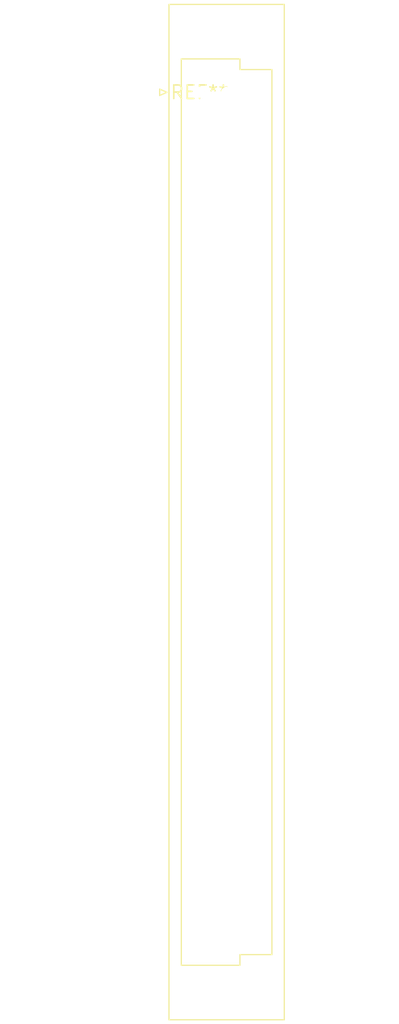
<source format=kicad_pcb>
(kicad_pcb (version 20240108) (generator pcbnew)
  (layers (0 "F.Cu" signal) (31 "B.Cu" signal) (34 "B.Paste" user) (35 "F.Paste" user) (36 "B.SilkS" user "B.Silkscreen") (37 "F.SilkS" user "F.Silkscreen") (38 "B.Mask" user) (39 "F.Mask" user) (44 "Edge.Cuts" user))
  (net 0 "")
  (footprint "DIN41612_C_3x32_Female_Vertical_THT" (layer "F.Cu") (at 0 0)
    (property "Reference" "REF**")
    (property "Value" "DIN41612_C_3x32_Female_Vertical_THT")
    (fp_line (start -3.74 -0.3) (end -3.74 0.3) (layer "F.SilkS") (stroke (width 0.12)))
    (fp_line (start -3.74 0.3) (end -3.06 0) (layer "F.SilkS") (stroke (width 0.12)))
    (fp_line (start -3.06 0) (end -3.74 -0.3) (layer "F.SilkS") (stroke (width 0.12)))
    (fp_line (start -2.87 -8.24) (end 7.95 -8.24) (layer "F.SilkS") (stroke (width 0.12)))
    (fp_line (start -2.87 86.98) (end -2.87 -8.24) (layer "F.SilkS") (stroke (width 0.12)))
    (fp_line (start -1.71 -3.131) (end 3.79 -3.131) (layer "F.SilkS") (stroke (width 0.12)))
    (fp_line (start -1.71 81.87) (end -1.71 -3.131) (layer "F.SilkS") (stroke (width 0.12)))
    (fp_line (start 3.79 -3.131) (end 3.79 -2.131) (layer "F.SilkS") (stroke (width 0.12)))
    (fp_line (start 3.79 -2.131) (end 6.79 -2.131) (layer "F.SilkS") (stroke (width 0.12)))
    (fp_line (start 3.79 80.87) (end 3.79 81.87) (layer "F.SilkS") (stroke (width 0.12)))
    (fp_line (start 3.79 81.87) (end -1.71 81.87) (layer "F.SilkS") (stroke (width 0.12)))
    (fp_line (start 6.79 -2.131) (end 6.79 80.87) (layer "F.SilkS") (stroke (width 0.12)))
    (fp_line (start 6.79 80.87) (end 3.79 80.87) (layer "F.SilkS") (stroke (width 0.12)))
    (fp_line (start 7.95 -8.24) (end 7.95 86.98) (layer "F.SilkS") (stroke (width 0.12)))
    (fp_line (start 7.95 86.98) (end -2.87 86.98) (layer "F.SilkS") (stroke (width 0.12)))
    (pad "" np_thru_hole circle (at 2.24 -5.63) (size 2.85 2.85) (drill 2.85) (layers *.Cu *.Mask))
    (pad "" np_thru_hole circle (at 2.24 84.37) (size 2.85 2.85) (drill 2.85) (layers *.Cu *.Mask))
    (pad "a1" thru_hole roundrect (at 0 0) (size 1.55 1.55) (drill 1) (layers *.Cu *.Mask) (remove_unused_layers) (roundrect_rratio 0.16129))
    (pad "a2" thru_hole circle (at 0 2.54) (size 1.55 1.55) (drill 1) (layers *.Cu *.Mask) (remove_unused_layers))
    (pad "a3" thru_hole circle (at 0 5.08) (size 1.55 1.55) (drill 1) (layers *.Cu *.Mask) (remove_unused_layers))
    (pad "a4" thru_hole circle (at 0 7.62) (size 1.55 1.55) (drill 1) (layers *.Cu *.Mask) (remove_unused_layers))
    (pad "a5" thru_hole circle (at 0 10.16) (size 1.55 1.55) (drill 1) (layers *.Cu *.Mask) (remove_unused_layers))
    (pad "a6" thru_hole circle (at 0 12.7) (size 1.55 1.55) (drill 1) (layers *.Cu *.Mask) (remove_unused_layers))
    (pad "a7" thru_hole circle (at 0 15.24) (size 1.55 1.55) (drill 1) (layers *.Cu *.Mask) (remove_unused_layers))
    (pad "a8" thru_hole circle (at 0 17.78) (size 1.55 1.55) (drill 1) (layers *.Cu *.Mask) (remove_unused_layers))
    (pad "a9" thru_hole circle (at 0 20.32) (size 1.55 1.55) (drill 1) (layers *.Cu *.Mask) (remove_unused_layers))
    (pad "a10" thru_hole circle (at 0 22.86) (size 1.55 1.55) (drill 1) (layers *.Cu *.Mask) (remove_unused_layers))
    (pad "a11" thru_hole circle (at 0 25.4) (size 1.55 1.55) (drill 1) (layers *.Cu *.Mask) (remove_unused_layers))
    (pad "a12" thru_hole circle (at 0 27.94) (size 1.55 1.55) (drill 1) (layers *.Cu *.Mask) (remove_unused_layers))
    (pad "a13" thru_hole circle (at 0 30.48) (size 1.55 1.55) (drill 1) (layers *.Cu *.Mask) (remove_unused_layers))
    (pad "a14" thru_hole circle (at 0 33.02) (size 1.55 1.55) (drill 1) (layers *.Cu *.Mask) (remove_unused_layers))
    (pad "a15" thru_hole circle (at 0 35.56) (size 1.55 1.55) (drill 1) (layers *.Cu *.Mask) (remove_unused_layers))
    (pad "a16" thru_hole circle (at 0 38.1) (size 1.55 1.55) (drill 1) (layers *.Cu *.Mask) (remove_unused_layers))
    (pad "a17" thru_hole circle (at 0 40.64) (size 1.55 1.55) (drill 1) (layers *.Cu *.Mask) (remove_unused_layers))
    (pad "a18" thru_hole circle (at 0 43.18) (size 1.55 1.55) (drill 1) (layers *.Cu *.Mask) (remove_unused_layers))
    (pad "a19" thru_hole circle (at 0 45.72) (size 1.55 1.55) (drill 1) (layers *.Cu *.Mask) (remove_unused_layers))
    (pad "a20" thru_hole circle (at 0 48.26) (size 1.55 1.55) (drill 1) (layers *.Cu *.Mask) (remove_unused_layers))
    (pad "a21" thru_hole circle (at 0 50.8) (size 1.55 1.55) (drill 1) (layers *.Cu *.Mask) (remove_unused_layers))
    (pad "a22" thru_hole circle (at 0 53.34) (size 1.55 1.55) (drill 1) (layers *.Cu *.Mask) (remove_unused_layers))
    (pad "a23" thru_hole circle (at 0 55.88) (size 1.55 1.55) (drill 1) (layers *.Cu *.Mask) (remove_unused_layers))
    (pad "a24" thru_hole circle (at 0 58.42) (size 1.55 1.55) (drill 1) (layers *.Cu *.Mask) (remove_unused_layers))
    (pad "a25" thru_hole circle (at 0 60.96) (size 1.55 1.55) (drill 1) (layers *.Cu *.Mask) (remove_unused_layers))
    (pad "a26" thru_hole circle (at 0 63.5) (size 1.55 1.55) (drill 1) (layers *.Cu *.Mask) (remove_unused_layers))
    (pad "a27" thru_hole circle (at 0 66.04) (size 1.55 1.55) (drill 1) (layers *.Cu *.Mask) (remove_unused_layers))
    (pad "a28" thru_hole circle (at 0 68.58) (size 1.55 1.55) (drill 1) (layers *.Cu *.Mask) (remove_unused_layers))
    (pad "a29" thru_hole circle (at 0 71.12) (size 1.55 1.55) (drill 1) (layers *.Cu *.Mask) (remove_unused_layers))
    (pad "a30" thru_hole circle (at 0 73.66) (size 1.55 1.55) (drill 1) (layers *.Cu *.Mask) (remove_unused_layers))
    (pad "a31" thru_hole circle (at 0 76.2) (size 1.55 1.55) (drill 1) (layers *.Cu *.Mask) (remove_unused_layers))
    (pad "a32" thru_hole circle (at 0 78.74) (size 1.55 1.55) (drill 1) (layers *.Cu *.Mask) (remove_unused_layers))
    (pad "b1" thru_hole circle (at 2.54 0) (size 1.55 1.55) (drill 1) (layers *.Cu *.Mask) (remove_unused_layers))
    (pad "b2" thru_hole circle (at 2.54 2.54) (size 1.55 1.55) (drill 1) (layers *.Cu *.Mask) (remove_unused_layers))
    (pad "b3" thru_hole circle (at 2.54 5.08) (size 1.55 1.55) (drill 1) (layers *.Cu *.Mask) (remove_unused_layers))
    (pad "b4" thru_hole circle (at 2.54 7.62) (size 1.55 1.55) (drill 1) (layers *.Cu *.Mask) (remove_unused_layers))
    (pad "b5" thru_hole circle (at 2.54 10.16) (size 1.55 1.55) (drill 1) (layers *.Cu *.Mask) (remove_unused_layers))
    (pad "b6" thru_hole circle (at 2.54 12.7) (size 1.55 1.55) (drill 1) (layers *.Cu *.Mask) (remove_unused_layers))
    (pad "b7" thru_hole circle (at 2.54 15.24) (size 1.55 1.55) (drill 1) (layers *.Cu *.Mask) (remove_unused_layers))
    (pad "b8" thru_hole circle (at 2.54 17.78) (size 1.55 1.55) (drill 1) (layers *.Cu *.Mask) (remove_unused_layers))
    (pad "b9" thru_hole circle (at 2.54 20.32) (size 1.55 1.55) (drill 1) (layers *.Cu *.Mask) (remove_unused_layers))
    (pad "b10" thru_hole circle (at 2.54 22.86) (size 1.55 1.55) (drill 1) (layers *.Cu *.Mask) (remove_unused_layers))
    (pad "b11" thru_hole circle (at 2.54 25.4) (size 1.55 1.55) (drill 1) (layers *.Cu *.Mask) (remove_unused_layers))
    (pad "b12" thru_hole circle (at 2.54 27.94) (size 1.55 1.55) (drill 1) (layers *.Cu *.Mask) (remove_unused_layers))
    (pad "b13" thru_hole circle (at 2.54 30.48) (size 1.55 1.55) (drill 1) (layers *.Cu *.Mask) (remove_unused_layers))
    (pad "b14" thru_hole circle (at 2.54 33.02) (size 1.55 1.55) (drill 1) (layers *.Cu *.Mask) (remove_unused_layers))
    (pad "b15" thru_hole circle (at 2.54 35.56) (size 1.55 1.55) (drill 1) (layers *.Cu *.Mask) (remove_unused_layers))
    (pad "b16" thru_hole circle (at 2.54 38.1) (size 1.55 1.55) (drill 1) (layers *.Cu *.Mask) (remove_unused_layers))
    (pad "b17" thru_hole circle (at 2.54 40.64) (size 1.55 1.55) (drill 1) (layers *.Cu *.Mask) (remove_unused_layers))
    (pad "b18" thru_hole circle (at 2.54 43.18) (size 1.55 1.55) (drill 1) (layers *.Cu *.Mask) (remove_unused_layers))
    (pad "b19" thru_hole circle (at 2.54 45.72) (size 1.55 1.55) (drill 1) (layers *.Cu *.Mask) (remove_unused_layers))
    (pad "b20" thru_hole circle (at 2.54 48.26) (size 1.55 1.55) (drill 1) (layers *.Cu *.Mask) (remove_unused_layers))
    (pad "b21" thru_hole circle (at 2.54 50.8) (size 1.55 1.55) (drill 1) (layers *.Cu *.Mask) (remove_unused_layers))
    (pad "b22" thru_hole circle (at 2.54 53.34) (size 1.55 1.55) (drill 1) (layers *.Cu *.Mask) (remove_unused_layers))
    (pad "b23" thru_hole circle (at 2.54 55.88) (size 1.55 1.55) (drill 1) (layers *.Cu *.Mask) (remove_unused_layers))
    (pad "b24" thru_hole circle (at 2.54 58.42) (size 1.55 1.55) (drill 1) (layers *.Cu *.Mask) (remove_unused_layers))
    (pad "b25" thru_hole circle (at 2.54 60.96) (size 1.55 1.55) (drill 1) (layers *.Cu *.Mask) (remove_unused_layers))
    (pad "b26" thru_hole circle (at 2.54 63.5) (size 1.55 1.55) (drill 1) (layers *.Cu *.Mask) (remove_unused_layers))
    (pad "b27" thru_hole circle (at 2.54 66.04) (size 1.55 1.55) (drill 1) (layers *.Cu *.Mask) (remove_unused_layers))
    (pad "b28" thru_hole circle (at 2.54 68.58) (size 1.55 1.55) (drill 1) (layers *.Cu *.Mask) (remove_unused_layers))
    (pad "b29" thru_hole circle (at 2.54 71.12) (size 1.55 1.55) (drill 1) (layers *.Cu *.Mask) (remove_unused_layers))
    (pad "b30" thru_hole circle (at 2.54 73.66) (size 1.55 1.55) (drill 1) (layers *.Cu *.Mask) (remove_unused_layers))
    (pad "b31" thru_hole circle (at 2.54 76.2) (size 1.55 1.55) (drill 1) (layers *.Cu *.Mask) (remove_unused_layers))
    (pad "b32" thru_hole circle (at 2.54 78.74) (size 1.55 1.55) (drill 1) (layers *.Cu *.Mask) (remove_unused_layers))
    (pad "c1" thru_hole circle (at 5.08 0) (size 1.55 1.55) (drill 1) (layers *.Cu *.Mask) (remove_unused_layers))
    (pad "c2" thru_hole circle (at 5.08 2.54) (size 1.55 1.55) (drill 1) (layers *.Cu *.Mask) (remove_unused_layers))
    (pad "c3" thru_hole circle (at 5.08 5.08) (size 1.55 1.55) (drill 1) (layers *.Cu *.Mask) (remove_unused_layers))
    (pad "c4" thru_hole circle (at 5.08 7.62) (size 1.55 1.55) (drill 1) (layers *.Cu *.Mask) (remove_unused_layers))
    (pad "c5" thru_hole circle (at 5.08 10.16) (size 1.55 1.55) (drill 1) (layers *.Cu *.Mask) (remove_unused_layers))
    (pad "c6" thru_hole circle (at 5.08 12.7) (size 1.55 1.55) (drill 1) (layers *.Cu *.Mask) (remove_unused_layers))
    (pad "c7" thru_hole circle (at 5.08 15.24) (size 1.55 1.55) (drill 1) (layers *.Cu *.Mask) (remove_unused_layers))
    (pad "c8" thru_hole circle (at 5.08 17.78) (size 1.55 1.55) (drill 1) (layers *.Cu *.Mask) (remove_unused_layers))
    (pad "c9" thru_hole circle (at 5.08 20.32) (size 1.55 1.55) (drill 1) (layers *.Cu *.Mask) (remove_unused_layers))
    (pad "c10" thru_hole circle (at 5.08 22.86) (size 1.55 1.55) (drill 1) (layers *.Cu *.Mask) (remove_unused_layers))
    (pad "c11" thru_hole circle (at 5.08 25.4) (size 1.55 1.55) (drill 1) (layers *.Cu *.Mask) (remove_unused_layers))
    (pad "c12" thru_hole circle (at 5.08 27.94) (size 1.55 1.55) (drill 1) (layers *.Cu *.Mask) (remove_unused_layers))
    (pad "c13" thru_hole circle (at 5.08 30.48) (size 1.55 1.55) (drill 1) (layers *.Cu *.Mask) (remove_unused_layers))
    (pad "c14" thru_hole circle (at 5.08 33.02) (size 1.55 1.55) (drill 1) (layers *.Cu *.Mask) (remove_unused_layers))
    (pad "c15" thru_hole circle (at 5.08 35.56) (size 1.55 1.55) (drill 1) (layers *.Cu *.Mask) (remove_unused_layers))
    (pad "c16" thru_hole circle (at 5.08 38.1) (size 1.55 1.55) (drill 1) (layers *.Cu *.Mask) (remove_unused_layers))
    (pad "c17" thru_hole circle (at 5.08 40.64) (size 1.55 1.55) (drill 1) (layers *.Cu *.Mask) (remove_unused_layers))
    (pad "c18" thru_hole circle (at 5.08 43.18) (size 1.55 1.55) (drill 1) (layers *.Cu *.Mask) (remove_unused_layers))
    (pad "c19" thru_hole circle (at 5.08 45.72) (size 1.55 1.55) (drill 1) (layers *.Cu *.Mask) (remove_unused_layers))
    (pad "c20" thru_hole circle (at 5.08 48.26) (size 1.55 1.55) (drill 1) (layers *.Cu *.Mask) (remove_unused_layers))
    (pad "c21" thru_hole circle (at 5.08 50.8) (size 1.55 1.55) (drill 1) (layers *.Cu *.Mask) (remove_unused_layers))
    (pad "c22" thru_hole circle (at 5.08 53.34) (size 1.55 1.55) (drill 1) (layers *.Cu *.Mask) (remove_unused_layers))
    (pad "c23" thru_hole circle (at 5.08 55.88) (size 1.55 1.55) (drill 1) (layers *.Cu *.Mask) (remove_unused_layers))
    (pad "c24" thru_hole circle (at 5.08 58.42) (size 1.55 1.55) (drill 1) (layers *.Cu *.Mask) (remove_unused_layers))
    (pad "c25" thru_hole circle (at 5.08 60.96) (size 1.55 1.55) (drill 1) (layers *.Cu *.Mask) (remove_unused_layers))
    (pad "c26" thru_hole circle (at 5.08 63.5) (size 1.55 1.55) (drill 1) (layers *.Cu *.Mask) (remove_unused_layers))
    (pad "c27" thru_hole circle (at 5.08 66.04) (size 1.55 1.55) (drill 1) (layers *.Cu *.Mask) (remove_unused_layers))
    (pad "c28" thru_hole circle (at 5.08 68.58) (size 1.55 1.55) (drill 1) (layers *.Cu *.Mask) (remove_unused_layers))
    (pad "c29" thru_hole circle (at 5.08 71.12) (size 1.55 1.55) (drill 1) (layers *.Cu *.Mask) (remove_unused_layers))
    (pad "c30" thru_hole circle (at 5.08 73.66) (size 1.55 1.55) (drill 1) (layers *.Cu *.Mask) (remove_unused_layers))
    (pad "c31" thru_hole circle (at 5.08 76.2) (size 1.55 1.55) (drill 1) (layers *.Cu *.Mask) (remove_unused_layers))
    (pad "c32" thru_hole circle (at 5.08 78.74) (size 1.55 1.55) (drill 1) (layers *.Cu *.Mask) (remove_unused_layers))
  )
)
</source>
